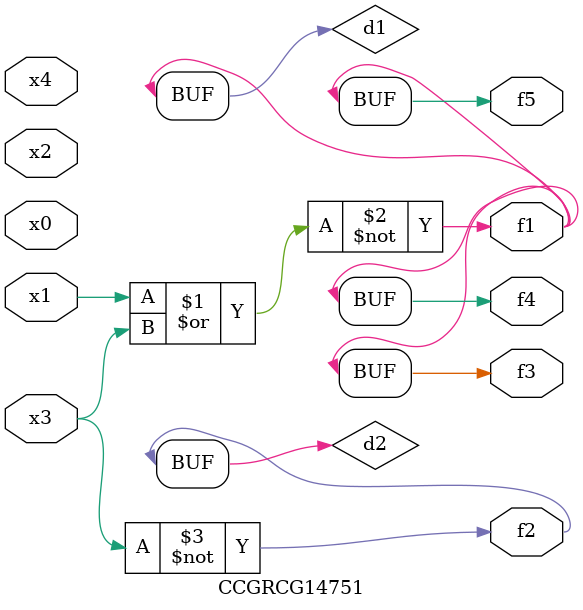
<source format=v>
module CCGRCG14751(
	input x0, x1, x2, x3, x4,
	output f1, f2, f3, f4, f5
);

	wire d1, d2;

	nor (d1, x1, x3);
	not (d2, x3);
	assign f1 = d1;
	assign f2 = d2;
	assign f3 = d1;
	assign f4 = d1;
	assign f5 = d1;
endmodule

</source>
